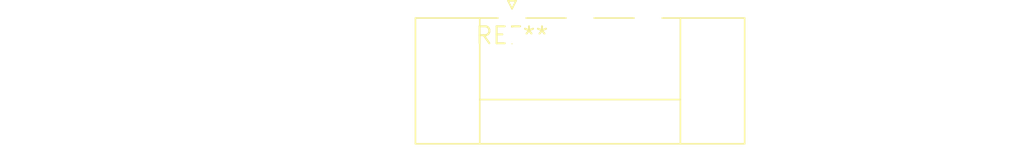
<source format=kicad_pcb>
(kicad_pcb (version 20240108) (generator pcbnew)
  (layers (0 "F.Cu" signal) (31 "B.Cu" signal) (34 "B.Paste" user) (35 "F.Paste" user) (36 "B.SilkS" user "B.Silkscreen") (37 "F.SilkS" user "F.Silkscreen") (38 "B.Mask" user) (39 "F.Mask" user) (44 "Edge.Cuts" user))
  (net 0 "")
  (footprint "PhoenixContact_MC_1,5_3-GF-5.08_1x03_P5.08mm_Horizontal_ThreadedFlange" (layer "F.Cu") (at 0 0)
    (property "Reference" "REF**")
    (property "Value" "PhoenixContact_MC_1,5_3-GF-5.08_1x03_P5.08mm_Horizontal_ThreadedFlange")
    (fp_line (start -7.21 -1.31) (end -7.21 8.11) (layer "F.SilkS") (stroke (width 0.12)))
    (fp_line (start -7.21 -1.31) (end -1.05 -1.31) (layer "F.SilkS") (stroke (width 0.12)))
    (fp_line (start -7.21 8.11) (end 17.37 8.11) (layer "F.SilkS") (stroke (width 0.12)))
    (fp_line (start -2.41 -1.31) (end -2.41 8.11) (layer "F.SilkS") (stroke (width 0.12)))
    (fp_line (start -2.41 4.8) (end 12.57 4.8) (layer "F.SilkS") (stroke (width 0.12)))
    (fp_line (start -0.3 -2.6) (end 0.3 -2.6) (layer "F.SilkS") (stroke (width 0.12)))
    (fp_line (start 0 -2) (end -0.3 -2.6) (layer "F.SilkS") (stroke (width 0.12)))
    (fp_line (start 0.3 -2.6) (end 0 -2) (layer "F.SilkS") (stroke (width 0.12)))
    (fp_line (start 1.05 -1.31) (end 4.03 -1.31) (layer "F.SilkS") (stroke (width 0.12)))
    (fp_line (start 6.13 -1.31) (end 9.11 -1.31) (layer "F.SilkS") (stroke (width 0.12)))
    (fp_line (start 12.57 -1.31) (end 12.57 8.11) (layer "F.SilkS") (stroke (width 0.12)))
    (fp_line (start 17.37 -1.31) (end 11.21 -1.31) (layer "F.SilkS") (stroke (width 0.12)))
    (fp_line (start 17.37 8.11) (end 17.37 -1.31) (layer "F.SilkS") (stroke (width 0.12)))
    (pad "1" thru_hole roundrect (at 0 0) (size 1.8 3.6) (drill 1.2) (layers *.Cu *.Mask) (remove_unused_layers) (roundrect_rratio 0.138889))
    (pad "2" thru_hole oval (at 5.08 0) (size 1.8 3.6) (drill 1.2) (layers *.Cu *.Mask) (remove_unused_layers))
    (pad "3" thru_hole oval (at 10.16 0) (size 1.8 3.6) (drill 1.2) (layers *.Cu *.Mask) (remove_unused_layers))
  )
)
</source>
